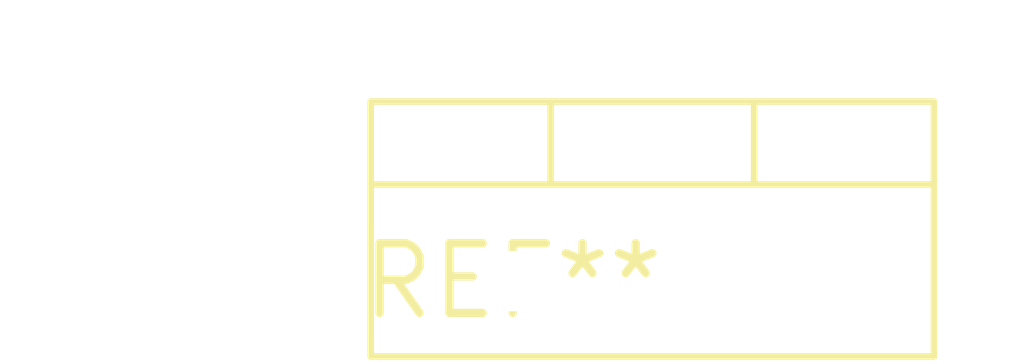
<source format=kicad_pcb>
(kicad_pcb (version 20240108) (generator pcbnew)
  (layers (0 "F.Cu" signal) (31 "B.Cu" signal) (34 "B.Paste" user) (35 "F.Paste" user) (36 "B.SilkS" user "B.Silkscreen") (37 "F.SilkS" user "F.Silkscreen") (38 "B.Mask" user) (39 "F.Mask" user) (44 "Edge.Cuts" user))
  (net 0 "")
  (footprint "TO-220-2_Vertical" (layer "F.Cu") (at 0 0)
    (property "Reference" "REF**")
    (property "Value" "TO-220-2_Vertical")
    (fp_line (start -2.58 -3.27) (end -2.58 1.371) (layer "F.SilkS") (stroke (width 0.12)))
    (fp_line (start -2.58 -3.27) (end 7.66 -3.27) (layer "F.SilkS") (stroke (width 0.12)))
    (fp_line (start -2.58 -1.76) (end 7.66 -1.76) (layer "F.SilkS") (stroke (width 0.12)))
    (fp_line (start -2.58 1.371) (end 7.66 1.371) (layer "F.SilkS") (stroke (width 0.12)))
    (fp_line (start 0.69 -3.27) (end 0.69 -1.76) (layer "F.SilkS") (stroke (width 0.12)))
    (fp_line (start 4.391 -3.27) (end 4.391 -1.76) (layer "F.SilkS") (stroke (width 0.12)))
    (fp_line (start 7.66 -3.27) (end 7.66 1.371) (layer "F.SilkS") (stroke (width 0.12)))
    (pad "1" thru_hole rect (at 0 0) (size 2 2) (drill 1.1) (layers *.Cu *.Mask) (remove_unused_layers))
    (pad "2" thru_hole oval (at 5.08 0) (size 2 2) (drill 1.1) (layers *.Cu *.Mask) (remove_unused_layers))
  )
)
</source>
